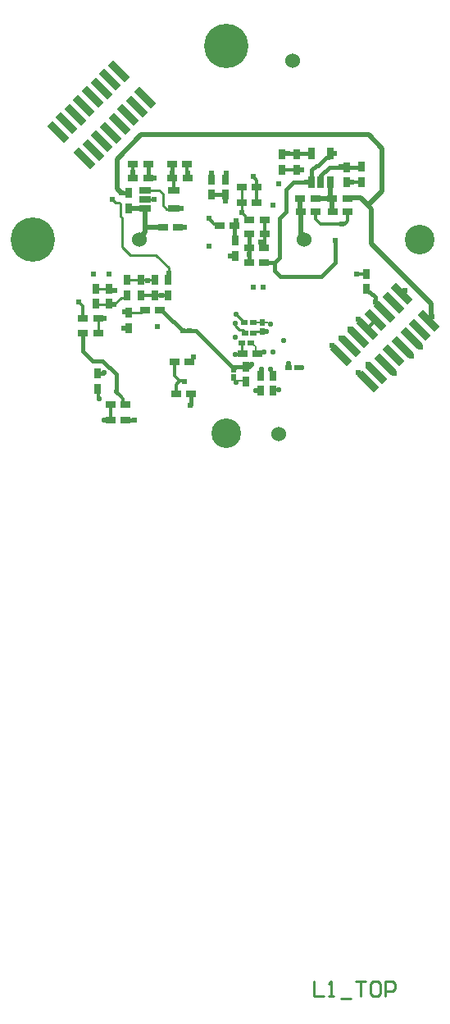
<source format=gtl>
G04*
G04 #@! TF.GenerationSoftware,Altium Limited,Altium Designer,19.0.10 (269)*
G04*
G04 Layer_Physical_Order=1*
G04 Layer_Color=255*
%FSLAX25Y25*%
%MOIN*%
G70*
G01*
G75*
%ADD14C,0.01000*%
%ADD16R,0.03000X0.04000*%
%ADD17R,0.04000X0.03000*%
G04:AMPARAMS|DCode=18|XSize=29.92mil|YSize=94.49mil|CornerRadius=0mil|HoleSize=0mil|Usage=FLASHONLY|Rotation=45.000|XOffset=0mil|YOffset=0mil|HoleType=Round|Shape=Rectangle|*
%AMROTATEDRECTD18*
4,1,4,0.02283,-0.04398,-0.04398,0.02283,-0.02283,0.04398,0.04398,-0.02283,0.02283,-0.04398,0.0*
%
%ADD18ROTATEDRECTD18*%

G04:AMPARAMS|DCode=19|XSize=25.59mil|YSize=47.24mil|CornerRadius=1.92mil|HoleSize=0mil|Usage=FLASHONLY|Rotation=90.000|XOffset=0mil|YOffset=0mil|HoleType=Round|Shape=RoundedRectangle|*
%AMROUNDEDRECTD19*
21,1,0.02559,0.04341,0,0,90.0*
21,1,0.02175,0.04724,0,0,90.0*
1,1,0.00384,0.02170,0.01088*
1,1,0.00384,0.02170,-0.01088*
1,1,0.00384,-0.02170,-0.01088*
1,1,0.00384,-0.02170,0.01088*
%
%ADD19ROUNDEDRECTD19*%
G04:AMPARAMS|DCode=20|XSize=25.59mil|YSize=47.24mil|CornerRadius=1.92mil|HoleSize=0mil|Usage=FLASHONLY|Rotation=180.000|XOffset=0mil|YOffset=0mil|HoleType=Round|Shape=RoundedRectangle|*
%AMROUNDEDRECTD20*
21,1,0.02559,0.04341,0,0,180.0*
21,1,0.02175,0.04724,0,0,180.0*
1,1,0.00384,-0.01088,0.02170*
1,1,0.00384,0.01088,0.02170*
1,1,0.00384,0.01088,-0.02170*
1,1,0.00384,-0.01088,-0.02170*
%
%ADD20ROUNDEDRECTD20*%
%ADD21R,0.02500X0.02400*%
%ADD22R,0.02400X0.02500*%
%ADD23R,0.02500X0.02402*%
%ADD37C,0.01500*%
%ADD38C,0.01200*%
%ADD39C,0.02000*%
%ADD40C,0.00600*%
%ADD41C,0.00800*%
%ADD42C,0.06000*%
%ADD43C,0.12000*%
%ADD44C,0.18000*%
%ADD45C,0.02400*%
%ADD46C,0.02200*%
D14*
X-46300Y16500D02*
X-44948Y15148D01*
X-43786D01*
X-43200Y14562D01*
Y9595D02*
Y14562D01*
Y9595D02*
X-42400Y8794D01*
Y-3000D02*
Y8794D01*
Y-3000D02*
X-39200Y-6200D01*
X-28600D01*
X-23503Y-11297D01*
Y-13700D02*
Y-11297D01*
X-40467Y-16305D02*
X-29202D01*
X-46719Y-26280D02*
X-45579D01*
X-52924D02*
X-46719D01*
X-53202Y-26002D02*
X-52924Y-26280D01*
X-45579D02*
X-42881Y-23581D01*
X-29371Y16278D02*
X-29346Y16253D01*
X-29396Y16303D02*
X-29371Y16278D01*
X6225Y11075D02*
X7926Y9374D01*
Y9151D02*
Y9374D01*
Y9151D02*
X8926Y8151D01*
X9426D01*
X6225Y11075D02*
Y15051D01*
Y21350D02*
X6226Y21351D01*
X6225Y15051D02*
Y21350D01*
X-25844Y14151D02*
Y18565D01*
X-33153Y20093D02*
X-27372D01*
X-25844Y18565D01*
Y14151D02*
X-24246Y12553D01*
X-21598D01*
X-21539Y12613D01*
X-33103Y16303D02*
X-29396D01*
X-33153Y16353D02*
X-33103Y16303D01*
X-52203Y-32103D02*
X-52202Y-32105D01*
Y-37803D02*
Y-32105D01*
X-33600Y-28503D02*
X-33100D01*
X-34702Y-29605D02*
X-33600Y-28503D01*
X-39702Y-29605D02*
X-34702D01*
X-47603Y-19903D02*
X-47602Y-19905D01*
X-53202Y-19903D02*
X-47603D01*
X-42881Y-23581D02*
X-41467D01*
X-40467Y-22581D01*
Y-22502D01*
X3760Y-35016D02*
Y-34005D01*
Y-35016D02*
X5432Y-36688D01*
X6749D01*
X7377Y-37316D01*
X3760Y-46516D02*
X5686D01*
X6286Y-45916D01*
X3984Y-30416D02*
X6184Y-32616D01*
X6313D01*
X7327Y-33630D01*
X7377D01*
X10983Y-37316D02*
X10986Y-37319D01*
X14580D01*
X6286Y-45916D02*
X6586Y-45616D01*
X6281Y-45911D02*
X6286Y-45916D01*
X6281Y-45911D02*
Y-41916D01*
X3584Y-52313D02*
Y-52263D01*
X4284Y-51563D01*
X4825D01*
X4870Y-51517D01*
X7886D01*
X35600Y-301202D02*
Y-307200D01*
X39599D01*
X41598D02*
X43597D01*
X42598D01*
Y-301202D01*
X41598Y-302202D01*
X46596Y-308200D02*
X50595D01*
X52595Y-301202D02*
X56593D01*
X54594D01*
Y-307200D01*
X61592Y-301202D02*
X59592D01*
X58593Y-302202D01*
Y-306200D01*
X59592Y-307200D01*
X61592D01*
X62591Y-306200D01*
Y-302202D01*
X61592Y-301202D01*
X64591Y-307200D02*
Y-301202D01*
X67590D01*
X68589Y-302202D01*
Y-304201D01*
X67590Y-305201D01*
X64591D01*
D16*
X57100Y-19898D02*
D03*
Y-13800D02*
D03*
X55000Y23502D02*
D03*
Y29600D02*
D03*
X22700Y34598D02*
D03*
Y28500D02*
D03*
X-39646Y19064D02*
D03*
Y12867D02*
D03*
X48800Y29553D02*
D03*
Y23454D02*
D03*
X28500Y28553D02*
D03*
Y34651D02*
D03*
X13884Y-61216D02*
D03*
Y-55117D02*
D03*
X18930Y-61244D02*
D03*
Y-55146D02*
D03*
X7886Y-57616D02*
D03*
Y-51517D02*
D03*
X-52254Y-54402D02*
D03*
Y-60500D02*
D03*
X-53202Y-19903D02*
D03*
Y-26002D02*
D03*
X-34702Y-22502D02*
D03*
Y-16403D02*
D03*
X-29202Y-22502D02*
D03*
Y-16305D02*
D03*
X-23700Y-16355D02*
D03*
Y-22552D02*
D03*
X-40467Y-16305D02*
D03*
Y-22502D02*
D03*
X-47602Y-26102D02*
D03*
Y-19905D02*
D03*
X-39702Y-35802D02*
D03*
Y-29605D02*
D03*
X3725Y-350D02*
D03*
Y-6547D02*
D03*
X-6177Y18253D02*
D03*
Y24450D02*
D03*
X-275Y18253D02*
D03*
Y24450D02*
D03*
D17*
X-22025Y30800D02*
D03*
X-15926D02*
D03*
X-37898Y30600D02*
D03*
X-31800D02*
D03*
X-15846Y25053D02*
D03*
X-21944D02*
D03*
X-25844Y5053D02*
D03*
X-19746D02*
D03*
X-37944Y25153D02*
D03*
X-31846D02*
D03*
X30102Y16753D02*
D03*
X36298D02*
D03*
X43202Y11353D02*
D03*
X49300D02*
D03*
X43102Y16753D02*
D03*
X49298D02*
D03*
X30148Y11253D02*
D03*
X36345D02*
D03*
X-47154Y-67100D02*
D03*
X-41055D02*
D03*
X-20452Y-62687D02*
D03*
X-14354D02*
D03*
X-14954Y-49687D02*
D03*
X-21052D02*
D03*
X-47213Y-73127D02*
D03*
X-41115D02*
D03*
X12325Y21351D02*
D03*
X6226D02*
D03*
X9325Y-3349D02*
D03*
X15423D02*
D03*
X-26903Y-28503D02*
D03*
X-33100D02*
D03*
X-58398Y-37803D02*
D03*
X-52202D02*
D03*
X-58400Y-32103D02*
D03*
X-52203D02*
D03*
X12422Y15051D02*
D03*
X6225D02*
D03*
X6586Y-46202D02*
D03*
X12684D02*
D03*
X9426Y8151D02*
D03*
X15623D02*
D03*
X9126Y-9149D02*
D03*
X15323D02*
D03*
X3423Y5651D02*
D03*
X-2774D02*
D03*
X15522Y2551D02*
D03*
X9325D02*
D03*
D18*
X-43754Y68503D02*
D03*
X-47290Y64967D02*
D03*
X-50825Y61432D02*
D03*
X-54361Y57896D02*
D03*
X-32897Y57646D02*
D03*
X-36433Y54110D02*
D03*
X-39968Y50575D02*
D03*
X-43504Y47039D02*
D03*
X-57896Y54361D02*
D03*
X-47039Y43504D02*
D03*
X-61432Y50825D02*
D03*
X-50575Y39968D02*
D03*
X-64967Y47290D02*
D03*
X-54110Y36433D02*
D03*
X-68503Y43754D02*
D03*
X-57646Y32897D02*
D03*
X71346Y-22097D02*
D03*
X67810Y-25633D02*
D03*
X64275Y-29168D02*
D03*
X60739Y-32704D02*
D03*
X82203Y-32954D02*
D03*
X78667Y-36490D02*
D03*
X75132Y-40025D02*
D03*
X71596Y-43561D02*
D03*
X57204Y-36239D02*
D03*
X68061Y-47096D02*
D03*
X53668Y-39775D02*
D03*
X64525Y-50632D02*
D03*
X50133Y-43310D02*
D03*
X60990Y-54167D02*
D03*
X46597Y-46846D02*
D03*
X57454Y-57703D02*
D03*
D19*
X-21539Y20093D02*
D03*
Y12613D02*
D03*
X-33153D02*
D03*
Y16353D02*
D03*
Y20093D02*
D03*
D20*
X34663Y35060D02*
D03*
X42143D02*
D03*
Y23446D02*
D03*
X38403D02*
D03*
X34663D02*
D03*
D21*
X25281Y-51916D02*
D03*
X28887D02*
D03*
X9887Y-41916D02*
D03*
X6281D02*
D03*
D22*
X14580Y-33713D02*
D03*
Y-37319D02*
D03*
X2984Y-56069D02*
D03*
Y-52463D02*
D03*
D23*
X10983Y-33630D02*
D03*
X7377D02*
D03*
X11087Y-37916D02*
D03*
X7481D02*
D03*
D37*
X44300Y-9177D02*
Y-200D01*
X38677Y-14800D02*
X44300Y-9177D01*
X22100Y-14800D02*
X38677D01*
X19751Y-12451D02*
X22100Y-14800D01*
X19751Y-12451D02*
Y-9149D01*
X60500Y-25400D02*
Y-23298D01*
X58350Y-21148D02*
X60500Y-23298D01*
X57850Y-21148D02*
X58350D01*
X57100Y-20398D02*
X57850Y-21148D01*
X57100Y-20398D02*
Y-19898D01*
X4825Y-51563D02*
X9166D01*
X2163D02*
X4284D01*
X-12297Y-37103D02*
X2163Y-51563D01*
X-15200Y-37103D02*
X-12297D01*
X9166Y-51563D02*
X10113Y-50616D01*
X-49997Y-54182D02*
X-49863Y-54048D01*
X-52034Y-54182D02*
X-49997D01*
X-52254Y-54402D02*
X-52034Y-54182D01*
X-17803Y-37103D02*
X-15200D01*
X-25653Y-29253D02*
X-25653D01*
X-17803Y-37103D01*
X42053Y29553D02*
X48800D01*
X24184Y20400D02*
X27184Y23400D01*
X32700D01*
X24184Y11460D02*
Y20400D01*
X21500Y8775D02*
X24184Y11460D01*
X21500Y-7400D02*
Y8775D01*
X19751Y-9149D02*
X21500Y-7400D01*
X15323Y-9149D02*
X19751D01*
X-22025Y25133D02*
Y30800D01*
Y25133D02*
X-21944Y25053D01*
X-31846Y25153D02*
X-31800Y25198D01*
Y30600D01*
X23161Y35060D02*
X34663D01*
X22700Y34598D02*
X23161Y35060D01*
X36500Y30200D02*
X37284D01*
X40531Y33448D01*
X41614D01*
X42143Y33977D01*
Y35060D01*
X34663Y28363D02*
X36500Y30200D01*
X34663Y23446D02*
Y28363D01*
X38403Y25903D02*
X42053Y29553D01*
X38403Y23446D02*
Y25903D01*
X54953Y29553D02*
X55000Y29600D01*
X48800Y29553D02*
X54953D01*
X-6177Y18253D02*
X-275D01*
X9126Y-9149D02*
X9325Y-8950D01*
Y-3349D01*
Y2551D01*
X3423Y-49D02*
X3725Y-350D01*
X3423Y-49D02*
Y5651D01*
X-26403Y-28503D02*
X-25653Y-29253D01*
X-26903Y-28503D02*
X-26403D01*
X-58398Y-45302D02*
X-54544Y-49156D01*
X-58398Y-45302D02*
Y-37803D01*
X-42757Y19064D02*
X-39646D01*
X-14657Y-67400D02*
Y-67156D01*
X-14354Y-66853D01*
Y-62687D01*
X-54544Y-49156D02*
X-50234D01*
X-44763Y-54627D01*
X-41115Y-73127D02*
X-37263D01*
X-44763Y-61727D02*
Y-54627D01*
D38*
X52700Y-13705D02*
X52795Y-13800D01*
X57100D01*
X-7100Y8700D02*
X-4951Y6551D01*
X-3674D01*
X-2774Y5651D01*
X-59900Y-25400D02*
X-58400Y-26900D01*
Y-32103D02*
Y-26900D01*
X15623Y-3149D02*
Y8151D01*
X57204Y-36239D02*
X60739Y-32704D01*
X-15926Y25133D02*
Y30800D01*
Y25133D02*
X-15846Y25053D01*
X-37898Y25198D02*
Y30600D01*
X-37944Y25153D02*
X-37898Y25198D01*
X48847Y23502D02*
X55000D01*
X48800Y23454D02*
X48847Y23502D01*
X28447Y28500D02*
X28500Y28553D01*
X22700Y28500D02*
X28447D01*
X49300Y7600D02*
Y11353D01*
X48200Y6500D02*
X49300Y7600D01*
X38300Y6500D02*
X48200D01*
X36345Y8455D02*
X38300Y6500D01*
X36345Y8455D02*
Y11253D01*
X10800Y25600D02*
X12325Y24075D01*
Y21351D02*
Y24075D01*
Y15148D02*
X12422Y15051D01*
X12325Y15148D02*
Y21351D01*
X15423Y-3349D02*
X15623Y-3149D01*
X-21944Y25053D02*
X-21539Y24647D01*
Y20093D02*
Y24647D01*
X-34702Y-22502D02*
X-29202D01*
X-23750D01*
X-23700Y-22552D01*
X-51863Y-64527D02*
Y-64256D01*
X-52086Y-64034D02*
X-51863Y-64256D01*
X-52086Y-64034D02*
Y-60668D01*
X-52254Y-60500D02*
X-52086Y-60668D01*
X-47213Y-73127D02*
Y-67159D01*
X-47154Y-67100D01*
X-44763Y-61727D02*
X-41987Y-64503D01*
Y-66200D02*
Y-64503D01*
Y-66200D02*
X-41087Y-67100D01*
X-41055D01*
X-20452Y-58956D02*
X-18926Y-57430D01*
X-20452Y-62687D02*
Y-58956D01*
X-21052Y-55304D02*
X-18926Y-57430D01*
X-17224D01*
X-17154Y-57500D01*
X-21052Y-55304D02*
Y-49687D01*
X-44763Y-61997D02*
Y-61727D01*
Y-61997D02*
X-44262Y-62499D01*
D39*
X57550Y13950D02*
X59000Y12500D01*
X54600Y16900D02*
X57550Y13950D01*
X-44500Y20807D02*
Y32800D01*
Y20807D02*
X-42757Y19064D01*
X-44500Y32800D02*
X-34700Y42600D01*
X57800D01*
X63400Y37000D01*
Y19800D02*
Y37000D01*
X57550Y13950D02*
X63400Y19800D01*
X52000Y16900D02*
X54600D01*
X59000Y-1700D02*
Y12500D01*
Y-1700D02*
X83400Y-26100D01*
Y-30100D02*
Y-26100D01*
Y-30100D02*
X83424Y-30123D01*
Y-31124D02*
Y-30123D01*
Y-31124D02*
X83500Y-31200D01*
X42643Y16753D02*
X43102D01*
X36298D02*
X42643D01*
X43102Y11453D02*
X43202Y11353D01*
X43102Y11453D02*
Y16753D01*
X42143Y17253D02*
X42643Y16753D01*
X42143Y17253D02*
Y23446D01*
X31500Y0D02*
Y1082D01*
X30148Y2434D02*
X31500Y1082D01*
X30148Y2434D02*
Y11253D01*
X30102Y11300D02*
X30148Y11253D01*
X30102Y11300D02*
Y16753D01*
X-33153Y3172D02*
Y5360D01*
X-35400Y924D02*
X-33153Y3172D01*
X-35400Y0D02*
Y924D01*
X-33153Y5360D02*
Y12613D01*
X-39391D02*
X-33153D01*
X-32846Y5053D02*
X-25844D01*
X-39646Y12867D02*
X-39391Y12613D01*
X-33153Y5360D02*
X-32846Y5053D01*
D40*
X-46719Y-26280D02*
X-46149Y-26849D01*
X-46897Y-26102D02*
X-46719Y-26280D01*
X-46149Y-26849D02*
X-46149D01*
X-47602Y-26102D02*
X-46897D01*
D41*
X3584Y-57316D02*
Y-55919D01*
Y-57316D02*
X7586D01*
X10983Y-33630D02*
X11066Y-33713D01*
X14580D01*
X16902D02*
X17405Y-34216D01*
X14580Y-33713D02*
X16902D01*
X11953Y-44884D02*
Y-43384D01*
Y-44884D02*
X12684Y-45616D01*
X11384Y-42816D02*
X11953Y-43384D01*
X11206Y-42816D02*
X11384D01*
X10737Y-42347D02*
X11206Y-42816D01*
X10737Y-42347D02*
Y-41816D01*
X10709D02*
X10737D01*
X7586Y-57316D02*
X7886Y-57616D01*
D42*
X21400Y-78800D02*
D03*
X26800Y72700D02*
D03*
X31500Y0D02*
D03*
X-35400D02*
D03*
D43*
X0Y-78700D02*
D03*
X78700Y0D02*
D03*
D44*
X-78700D02*
D03*
X0Y78700D02*
D03*
D45*
X44300Y-200D02*
D03*
X-46300Y16500D02*
D03*
X52795Y-13800D02*
D03*
X53668Y-53900D02*
D03*
X57500Y-50580D02*
D03*
X14100Y-1100D02*
D03*
X9325Y-6000D02*
D03*
X-26476Y-22502D02*
D03*
X21400Y22700D02*
D03*
X25000Y35060D02*
D03*
X52000Y16900D02*
D03*
X-17100Y5000D02*
D03*
X-7100Y-2500D02*
D03*
X-41800Y-36000D02*
D03*
X-47700Y-13900D02*
D03*
X-59900Y-25400D02*
D03*
X-54000Y-13900D02*
D03*
X-49600Y-32000D02*
D03*
X-41503Y-29402D02*
D03*
X-45579Y-26280D02*
D03*
X-15200Y-37103D02*
D03*
X-17803D02*
D03*
X-27900Y-35200D02*
D03*
X10986Y-19300D02*
D03*
X15100D02*
D03*
X78900Y-43700D02*
D03*
X53500Y-32300D02*
D03*
X83500Y-31200D02*
D03*
X72700Y-20500D02*
D03*
X60500Y-25400D02*
D03*
X75400Y-47400D02*
D03*
X68400Y-54402D02*
D03*
X42900Y-43000D02*
D03*
X46700Y-39900D02*
D03*
X50133Y-36200D02*
D03*
X-42757Y19064D02*
D03*
X32700Y23400D02*
D03*
X46700Y29600D02*
D03*
X-200Y27000D02*
D03*
X-6177Y27100D02*
D03*
X44100Y35060D02*
D03*
X30700Y28400D02*
D03*
X51000Y23300D02*
D03*
X1600Y-6700D02*
D03*
X3800Y7700D02*
D03*
X19000Y14000D02*
D03*
X47000Y6300D02*
D03*
X10800Y25600D02*
D03*
X-300Y15600D02*
D03*
X-7100Y8700D02*
D03*
X6225Y11075D02*
D03*
X-32100Y-16544D02*
D03*
X-45302Y-20500D02*
D03*
X-13254Y-47700D02*
D03*
X-23503Y-13700D02*
D03*
X-18546Y12613D02*
D03*
X-38100Y27300D02*
D03*
X-15746Y27153D02*
D03*
X-22100Y27000D02*
D03*
X-29246Y25053D02*
D03*
X-29371Y16278D02*
D03*
X-17154Y-57500D02*
D03*
X-14657Y-67400D02*
D03*
X-37263Y-73127D02*
D03*
D46*
X-51863Y-64527D02*
D03*
X3760Y-34005D02*
D03*
X3884Y-58016D02*
D03*
X3984Y-30416D02*
D03*
X3582Y-39516D02*
D03*
X3760Y-46516D02*
D03*
X17784Y-34216D02*
D03*
X16284Y-37316D02*
D03*
X30686Y-51849D02*
D03*
X25184Y-50197D02*
D03*
X10113Y-50616D02*
D03*
X11784Y-61216D02*
D03*
X21184Y-61084D02*
D03*
X14131Y-52655D02*
D03*
X18084Y-52616D02*
D03*
X23384Y-41016D02*
D03*
X15284Y-45516D02*
D03*
X18984D02*
D03*
X-49703Y-73227D02*
D03*
X-44763Y-61727D02*
D03*
X-49863Y-54048D02*
D03*
M02*

</source>
